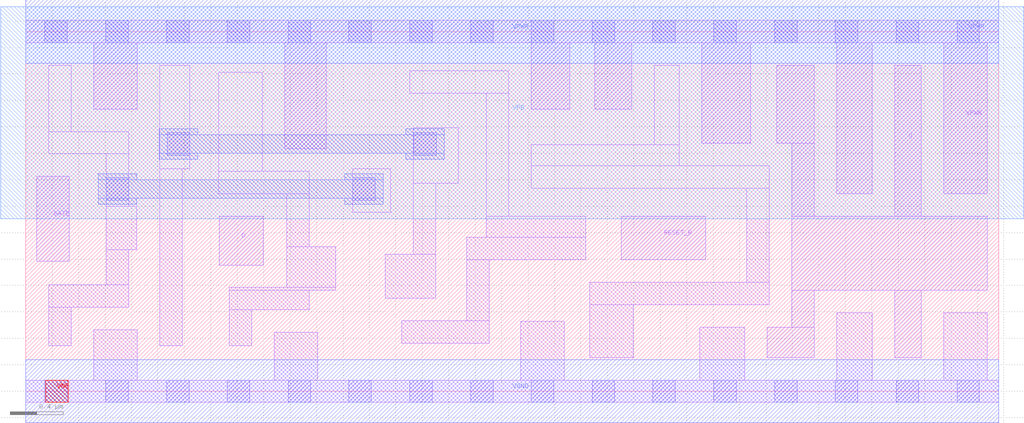
<source format=lef>
# Copyright 2020 The SkyWater PDK Authors
#
# Licensed under the Apache License, Version 2.0 (the "License");
# you may not use this file except in compliance with the License.
# You may obtain a copy of the License at
#
#     https://www.apache.org/licenses/LICENSE-2.0
#
# Unless required by applicable law or agreed to in writing, software
# distributed under the License is distributed on an "AS IS" BASIS,
# WITHOUT WARRANTIES OR CONDITIONS OF ANY KIND, either express or implied.
# See the License for the specific language governing permissions and
# limitations under the License.
#
# SPDX-License-Identifier: Apache-2.0

VERSION 5.7 ;
  NOWIREEXTENSIONATPIN ON ;
  DIVIDERCHAR "/" ;
  BUSBITCHARS "[]" ;
MACRO sky130_fd_sc_hd__dlrtp_4
  CLASS CORE ;
  FOREIGN sky130_fd_sc_hd__dlrtp_4 ;
  ORIGIN  0.000000  0.000000 ;
  SIZE  7.360000 BY  2.720000 ;
  SYMMETRY X Y R90 ;
  SITE unithd ;
  PIN D
    ANTENNAGATEAREA  0.159000 ;
    DIRECTION INPUT ;
    USE SIGNAL ;
    PORT
      LAYER li1 ;
        RECT 1.465000 0.955000 1.795000 1.325000 ;
    END
  END D
  PIN Q
    ANTENNADIFFAREA  1.014750 ;
    DIRECTION OUTPUT ;
    USE SIGNAL ;
    PORT
      LAYER li1 ;
        RECT 5.610000 0.255000 5.965000 0.485000 ;
        RECT 5.680000 1.875000 5.965000 2.465000 ;
        RECT 5.795000 0.485000 5.965000 0.765000 ;
        RECT 5.795000 0.765000 7.275000 1.325000 ;
        RECT 5.795000 1.325000 5.965000 1.875000 ;
        RECT 6.575000 0.255000 6.775000 0.765000 ;
        RECT 6.575000 1.325000 6.775000 2.465000 ;
    END
  END Q
  PIN RESET_B
    ANTENNAGATEAREA  0.247500 ;
    DIRECTION INPUT ;
    USE SIGNAL ;
    PORT
      LAYER li1 ;
        RECT 4.505000 0.995000 5.145000 1.325000 ;
    END
  END RESET_B
  PIN VNB
    PORT
      LAYER pwell ;
        RECT 0.150000 -0.085000 0.320000 0.085000 ;
    END
  END VNB
  PIN VPB
    PORT
      LAYER nwell ;
        RECT -0.190000 1.305000 7.550000 2.910000 ;
    END
  END VPB
  PIN GATE
    ANTENNAGATEAREA  0.159000 ;
    DIRECTION INPUT ;
    USE CLOCK ;
    PORT
      LAYER li1 ;
        RECT 0.085000 0.985000 0.330000 1.625000 ;
    END
  END GATE
  PIN VGND
    DIRECTION INOUT ;
    SHAPE ABUTMENT ;
    USE GROUND ;
    PORT
      LAYER met1 ;
        RECT 0.000000 -0.240000 7.360000 0.240000 ;
    END
  END VGND
  PIN VPWR
    DIRECTION INOUT ;
    SHAPE ABUTMENT ;
    USE POWER ;
    PORT
      LAYER li1 ;
        RECT 0.000000 2.635000 7.360000 2.805000 ;
        RECT 0.515000 2.135000 0.845000 2.635000 ;
        RECT 1.960000 1.835000 2.275000 2.635000 ;
        RECT 3.825000 2.135000 4.115000 2.635000 ;
        RECT 4.305000 2.135000 4.585000 2.635000 ;
        RECT 5.115000 1.875000 5.485000 2.635000 ;
        RECT 6.135000 1.495000 6.405000 2.635000 ;
        RECT 6.945000 1.495000 7.275000 2.635000 ;
      LAYER mcon ;
        RECT 0.145000 2.635000 0.315000 2.805000 ;
        RECT 0.605000 2.635000 0.775000 2.805000 ;
        RECT 1.065000 2.635000 1.235000 2.805000 ;
        RECT 1.525000 2.635000 1.695000 2.805000 ;
        RECT 1.985000 2.635000 2.155000 2.805000 ;
        RECT 2.445000 2.635000 2.615000 2.805000 ;
        RECT 2.905000 2.635000 3.075000 2.805000 ;
        RECT 3.365000 2.635000 3.535000 2.805000 ;
        RECT 3.825000 2.635000 3.995000 2.805000 ;
        RECT 4.285000 2.635000 4.455000 2.805000 ;
        RECT 4.745000 2.635000 4.915000 2.805000 ;
        RECT 5.205000 2.635000 5.375000 2.805000 ;
        RECT 5.665000 2.635000 5.835000 2.805000 ;
        RECT 6.125000 2.635000 6.295000 2.805000 ;
        RECT 6.585000 2.635000 6.755000 2.805000 ;
        RECT 7.045000 2.635000 7.215000 2.805000 ;
    END
    PORT
      LAYER met1 ;
        RECT 0.000000 2.480000 7.360000 2.960000 ;
    END
  END VPWR
  OBS
    LAYER li1 ;
      RECT 0.000000 -0.085000 7.360000 0.085000 ;
      RECT 0.175000  0.345000 0.345000 0.635000 ;
      RECT 0.175000  0.635000 0.780000 0.805000 ;
      RECT 0.175000  1.795000 0.780000 1.965000 ;
      RECT 0.175000  1.965000 0.345000 2.465000 ;
      RECT 0.515000  0.085000 0.845000 0.465000 ;
      RECT 0.610000  0.805000 0.780000 1.070000 ;
      RECT 0.610000  1.070000 0.840000 1.400000 ;
      RECT 0.610000  1.400000 0.780000 1.795000 ;
      RECT 1.015000  0.345000 1.185000 1.685000 ;
      RECT 1.015000  1.685000 1.240000 2.465000 ;
      RECT 1.460000  1.495000 2.145000 1.665000 ;
      RECT 1.460000  1.665000 1.790000 2.415000 ;
      RECT 1.540000  0.345000 1.710000 0.615000 ;
      RECT 1.540000  0.615000 2.145000 0.765000 ;
      RECT 1.540000  0.765000 2.345000 0.785000 ;
      RECT 1.880000  0.085000 2.210000 0.445000 ;
      RECT 1.975000  0.785000 2.345000 1.095000 ;
      RECT 1.975000  1.095000 2.145000 1.495000 ;
      RECT 2.475000  1.355000 2.760000 1.685000 ;
      RECT 2.720000  0.705000 3.100000 1.035000 ;
      RECT 2.845000  0.365000 3.505000 0.535000 ;
      RECT 2.905000  2.255000 3.655000 2.425000 ;
      RECT 2.930000  1.035000 3.100000 1.575000 ;
      RECT 2.930000  1.575000 3.270000 1.995000 ;
      RECT 3.335000  0.535000 3.505000 0.995000 ;
      RECT 3.335000  0.995000 4.235000 1.165000 ;
      RECT 3.485000  1.165000 4.235000 1.325000 ;
      RECT 3.485000  1.325000 3.655000 2.255000 ;
      RECT 3.745000  0.085000 4.075000 0.530000 ;
      RECT 3.825000  1.535000 5.625000 1.705000 ;
      RECT 3.825000  1.705000 4.945000 1.865000 ;
      RECT 4.265000  0.255000 4.595000 0.655000 ;
      RECT 4.265000  0.655000 5.625000 0.825000 ;
      RECT 4.755000  1.865000 4.945000 2.465000 ;
      RECT 5.100000  0.085000 5.440000 0.485000 ;
      RECT 5.455000  0.825000 5.625000 1.535000 ;
      RECT 6.135000  0.085000 6.405000 0.595000 ;
      RECT 6.945000  0.085000 7.275000 0.595000 ;
    LAYER mcon ;
      RECT 0.145000 -0.085000 0.315000 0.085000 ;
      RECT 0.605000 -0.085000 0.775000 0.085000 ;
      RECT 0.610000  1.445000 0.780000 1.615000 ;
      RECT 1.065000 -0.085000 1.235000 0.085000 ;
      RECT 1.070000  1.785000 1.240000 1.955000 ;
      RECT 1.525000 -0.085000 1.695000 0.085000 ;
      RECT 1.985000 -0.085000 2.155000 0.085000 ;
      RECT 2.445000 -0.085000 2.615000 0.085000 ;
      RECT 2.475000  1.445000 2.645000 1.615000 ;
      RECT 2.905000 -0.085000 3.075000 0.085000 ;
      RECT 2.935000  1.785000 3.105000 1.955000 ;
      RECT 3.365000 -0.085000 3.535000 0.085000 ;
      RECT 3.825000 -0.085000 3.995000 0.085000 ;
      RECT 4.285000 -0.085000 4.455000 0.085000 ;
      RECT 4.745000 -0.085000 4.915000 0.085000 ;
      RECT 5.205000 -0.085000 5.375000 0.085000 ;
      RECT 5.665000 -0.085000 5.835000 0.085000 ;
      RECT 6.125000 -0.085000 6.295000 0.085000 ;
      RECT 6.585000 -0.085000 6.755000 0.085000 ;
      RECT 7.045000 -0.085000 7.215000 0.085000 ;
    LAYER met1 ;
      RECT 0.550000 1.415000 0.840000 1.460000 ;
      RECT 0.550000 1.460000 2.705000 1.600000 ;
      RECT 0.550000 1.600000 0.840000 1.645000 ;
      RECT 1.010000 1.755000 1.300000 1.800000 ;
      RECT 1.010000 1.800000 3.165000 1.940000 ;
      RECT 1.010000 1.940000 1.300000 1.985000 ;
      RECT 2.415000 1.415000 2.705000 1.460000 ;
      RECT 2.415000 1.600000 2.705000 1.645000 ;
      RECT 2.875000 1.755000 3.165000 1.800000 ;
      RECT 2.875000 1.940000 3.165000 1.985000 ;
  END
END sky130_fd_sc_hd__dlrtp_4
END LIBRARY

</source>
